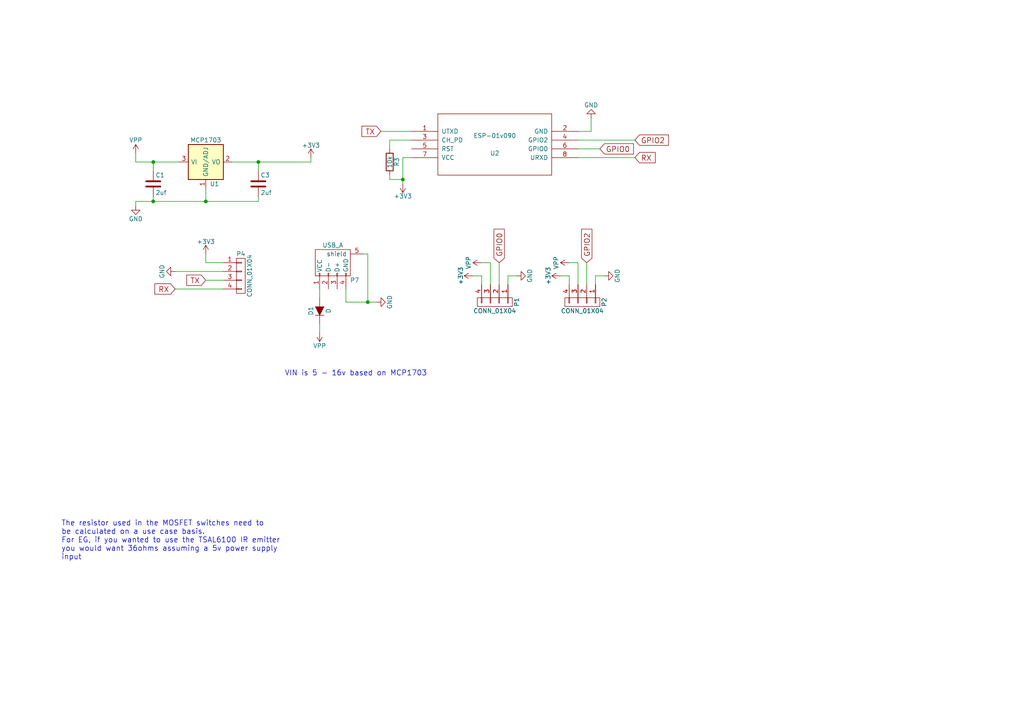
<source format=kicad_sch>
(kicad_sch (version 20211123) (generator eeschema)
  (paper "A4")
  (lib_symbols
    (symbol "tmicro-rescue:+3.3V" (power) (pin_names (offset 0))
      (property "Value" "+3.3V" (at 0 3.556 0))
      (symbol "+3.3V_0_1"
        (polyline (pts (xy -0.762 1.27) (xy 0 2.54)))
        (polyline (pts (xy 0 0) (xy 0 2.54)))
        (polyline (pts (xy 0 2.54) (xy 0.762 1.27)))
      )
      (symbol "+3.3V_1_1"
        (pin power_in line (at 0 0 90) (length 0) hide (name "+3V3") (number "1"))
      )
    )
    (symbol "tmicro-rescue:AP1117" (pin_names (offset 0.762))
      (property "Reference" "U" (at 2.54 -6.35 0))
      (property "Value" "AP1117" (at 0 6.35 0))
      (symbol "AP1117_0_1"
        (rectangle (start -5.08 -5.08) (end 5.08 5.08) (stroke (width 0.254)) (fill (type background)))
      )
      (symbol "AP1117_1_1"
        (pin power_in line (at 0 -7.62 90) (length 2.54) (name "GND/ADJ") (number "1"))
        (pin power_out line (at 7.62 0 180) (length 2.54) (name "VO") (number "2"))
        (pin power_in line (at -7.62 0 0) (length 2.54) (name "VI") (number "3"))
      )
    )
    (symbol "tmicro-rescue:C" (pin_numbers hide) (pin_names (offset 0.254))
      (property "Reference" "C" (at 0.635 2.54 0))
      (property "Value" "C" (at 0.635 -2.54 0))
      (symbol "C_0_1"
        (polyline (pts (xy -2.032 -0.762) (xy 2.032 -0.762)) (stroke (width 0.508)))
        (polyline (pts (xy -2.032 0.762) (xy 2.032 0.762)) (stroke (width 0.508)))
      )
      (symbol "C_1_1"
        (pin passive line (at 0 3.81 270) (length 2.794) (name "~") (number "1"))
        (pin passive line (at 0 -3.81 90) (length 2.794) (name "~") (number "2"))
      )
    )
    (symbol "tmicro-rescue:CONN_01X04" (pin_names (offset 1.016) hide)
      (property "Reference" "P" (at 0 6.35 0))
      (property "Value" "CONN_01X04" (at 2.54 0 90))
      (symbol "CONN_01X04_0_1"
        (rectangle (start -1.27 -3.683) (end 0.254 -3.937))
        (rectangle (start -1.27 -1.143) (end 0.254 -1.397))
        (rectangle (start -1.27 1.397) (end 0.254 1.143))
        (rectangle (start -1.27 3.937) (end 0.254 3.683))
        (rectangle (start -1.27 5.08) (end 1.27 -5.08))
      )
      (symbol "CONN_01X04_1_1"
        (pin passive line (at -5.08 3.81 0) (length 3.81) (name "P1") (number "1"))
        (pin passive line (at -5.08 1.27 0) (length 3.81) (name "P2") (number "2"))
        (pin passive line (at -5.08 -1.27 0) (length 3.81) (name "P3") (number "3"))
        (pin passive line (at -5.08 -3.81 0) (length 3.81) (name "P4") (number "4"))
      )
    )
    (symbol "tmicro-rescue:D" (pin_numbers hide) (pin_names (offset 1.016) hide)
      (property "Reference" "D" (at 0 2.54 0))
      (property "Value" "D" (at 0 -2.54 0))
      (symbol "D_0_1"
        (polyline (pts (xy -1.27 1.27) (xy -1.27 -1.27)) (stroke (width 0.1524)))
        (polyline (pts (xy 1.27 1.27) (xy -1.27 0) (xy 1.27 -1.27)) (fill (type outline)))
      )
      (symbol "D_1_1"
        (pin passive line (at -3.81 0 0) (length 2.54) (name "K") (number "1"))
        (pin passive line (at 3.81 0 180) (length 2.54) (name "A") (number "2"))
      )
    )
    (symbol "tmicro-rescue:ESP-01v090" (pin_names (offset 1.016))
      (property "Reference" "U" (at 0 -2.54 0))
      (property "Value" "ESP-01v090" (at 0 2.54 0))
      (symbol "ESP-01v090_1_0"
        (rectangle (start -16.51 -8.89) (end 16.51 8.89))
      )
      (symbol "ESP-01v090_1_1"
        (pin output line (at -24.13 3.81 0) (length 7.62) (name "UTXD") (number "1"))
        (pin power_in line (at 24.13 3.81 180) (length 7.62) (name "GND") (number "2"))
        (pin input line (at -24.13 1.27 0) (length 7.62) (name "CH_PD") (number "3"))
        (pin tri_state line (at 24.13 1.27 180) (length 7.62) (name "GPIO2") (number "4"))
        (pin input line (at -24.13 -1.27 0) (length 7.62) (name "RST") (number "5"))
        (pin tri_state line (at 24.13 -1.27 180) (length 7.62) (name "GPIO0") (number "6"))
        (pin power_in line (at -24.13 -3.81 0) (length 7.62) (name "VCC") (number "7"))
        (pin input line (at 24.13 -3.81 180) (length 7.62) (name "URXD") (number "8"))
      )
    )
    (symbol "tmicro-rescue:GND" (power) (pin_names (offset 0))
      (property "Value" "GND" (at 0 -3.81 0))
      (symbol "GND_0_1"
        (polyline (pts (xy 0 0) (xy 0 -1.27) (xy 1.27 -1.27) (xy 0 -2.54) (xy -1.27 -1.27) (xy 0 -1.27)))
      )
      (symbol "GND_1_1"
        (pin power_in line (at 0 0 270) (length 0) hide (name "GND") (number "1"))
      )
    )
    (symbol "tmicro-rescue:R" (pin_numbers hide) (pin_names (offset 0))
      (property "Reference" "R" (at 2.032 0 90))
      (property "Value" "R" (at 0 0 90))
      (symbol "R_0_1"
        (rectangle (start -1.016 -2.54) (end 1.016 2.54) (stroke (width 0.254)))
      )
      (symbol "R_1_1"
        (pin passive line (at 0 3.81 270) (length 1.27) (name "~") (number "1"))
        (pin passive line (at 0 -3.81 90) (length 1.27) (name "~") (number "2"))
      )
    )
    (symbol "tmicro-rescue:USB_A" (pin_names (offset 1.016))
      (property "Reference" "P" (at 5.08 -5.08 0))
      (property "Value" "USB_A" (at -1.27 5.08 0))
      (symbol "USB_A_0_1"
        (rectangle (start -6.35 -3.81) (end 3.81 3.81))
        (rectangle (start -5.207 -3.81) (end -4.953 -3.048))
        (rectangle (start -2.667 -3.81) (end -2.413 -3.048))
        (rectangle (start -0.127 -3.81) (end 0.127 -3.048))
        (rectangle (start 2.413 -3.81) (end 2.667 -3.048))
      )
      (symbol "USB_A_1_1"
        (pin power_in line (at -5.08 -7.62 90) (length 3.81) (name "VCC") (number "1"))
        (pin passive line (at -2.54 -7.62 90) (length 3.81) (name "D-") (number "2"))
        (pin passive line (at 0 -7.62 90) (length 3.81) (name "D+") (number "3"))
        (pin power_in line (at 2.54 -7.62 90) (length 3.81) (name "GND") (number "4"))
        (pin passive line (at 7.62 2.54 180) (length 3.81) (name "shield") (number "5"))
      )
    )
    (symbol "tmicro-rescue:VPP" (power) (pin_names (offset 0))
      (property "Value" "VPP" (at 0 3.81 0))
      (symbol "VPP_0_1"
        (polyline (pts (xy -0.762 1.27) (xy 0 2.54)))
        (polyline (pts (xy 0 0) (xy 0 2.54)))
        (polyline (pts (xy 0 2.54) (xy 0.762 1.27)))
      )
      (symbol "VPP_1_1"
        (pin power_in line (at 0 0 90) (length 0) hide (name "VPP") (number "1"))
      )
    )
  )
  (junction (at 74.93 46.99))
  (junction (at 106.68 87.63))
  (junction (at 59.69 58.42))
  (junction (at 116.84 52.07))
  (junction (at 44.45 58.42))
  (junction (at 44.45 46.99))
  (wire (pts (xy 167.64 40.64) (xy 184.15 40.64)))
  (wire (pts (xy 90.17 46.99) (xy 90.17 45.72)))
  (wire (pts (xy 171.45 38.1) (xy 171.45 34.29)))
  (wire (pts (xy 139.7 80.01) (xy 137.16 80.01)))
  (wire (pts (xy 167.64 82.55) (xy 167.64 76.2)))
  (wire (pts (xy 74.93 46.99) (xy 90.17 46.99)))
  (wire (pts (xy 44.45 46.99) (xy 52.07 46.99)))
  (wire (pts (xy 105.41 73.66) (xy 106.68 73.66)))
  (wire (pts (xy 119.38 45.72) (xy 116.84 45.72)))
  (wire (pts (xy 59.69 58.42) (xy 74.93 58.42)))
  (wire (pts (xy 50.8 78.74) (xy 64.77 78.74)))
  (wire (pts (xy 59.69 54.61) (xy 59.69 58.42)))
  (wire (pts (xy 100.33 83.82) (xy 100.33 87.63)))
  (wire (pts (xy 116.84 52.07) (xy 116.84 53.34)))
  (wire (pts (xy 167.64 76.2) (xy 165.1 76.2)))
  (wire (pts (xy 147.32 80.01) (xy 149.86 80.01)))
  (wire (pts (xy 172.72 80.01) (xy 175.26 80.01)))
  (wire (pts (xy 39.37 46.99) (xy 44.45 46.99)))
  (wire (pts (xy 172.72 82.55) (xy 172.72 80.01)))
  (wire (pts (xy 170.18 76.2) (xy 170.18 82.55)))
  (wire (pts (xy 144.78 76.2) (xy 144.78 82.55)))
  (wire (pts (xy 167.64 45.72) (xy 184.15 45.72)))
  (wire (pts (xy 147.32 82.55) (xy 147.32 80.01)))
  (wire (pts (xy 113.03 52.07) (xy 116.84 52.07)))
  (wire (pts (xy 165.1 82.55) (xy 165.1 80.01)))
  (wire (pts (xy 44.45 57.15) (xy 44.45 58.42)))
  (wire (pts (xy 113.03 40.64) (xy 119.38 40.64)))
  (wire (pts (xy 92.71 93.98) (xy 92.71 96.52)))
  (wire (pts (xy 74.93 49.53) (xy 74.93 46.99)))
  (wire (pts (xy 92.71 83.82) (xy 92.71 86.36)))
  (wire (pts (xy 59.69 81.28) (xy 64.77 81.28)))
  (wire (pts (xy 113.03 43.18) (xy 113.03 40.64)))
  (wire (pts (xy 110.49 38.1) (xy 119.38 38.1)))
  (wire (pts (xy 106.68 87.63) (xy 109.22 87.63)))
  (wire (pts (xy 44.45 49.53) (xy 44.45 46.99)))
  (wire (pts (xy 44.45 58.42) (xy 59.69 58.42)))
  (wire (pts (xy 59.69 76.2) (xy 59.69 73.66)))
  (wire (pts (xy 100.33 87.63) (xy 106.68 87.63)))
  (wire (pts (xy 39.37 44.45) (xy 39.37 46.99)))
  (wire (pts (xy 50.8 83.82) (xy 64.77 83.82)))
  (wire (pts (xy 39.37 58.42) (xy 44.45 58.42)))
  (wire (pts (xy 167.64 43.18) (xy 173.99 43.18)))
  (wire (pts (xy 113.03 50.8) (xy 113.03 52.07)))
  (wire (pts (xy 64.77 76.2) (xy 59.69 76.2)))
  (wire (pts (xy 142.24 82.55) (xy 142.24 76.2)))
  (wire (pts (xy 74.93 58.42) (xy 74.93 57.15)))
  (wire (pts (xy 106.68 73.66) (xy 106.68 87.63)))
  (wire (pts (xy 165.1 80.01) (xy 162.56 80.01)))
  (wire (pts (xy 67.31 46.99) (xy 74.93 46.99)))
  (wire (pts (xy 139.7 82.55) (xy 139.7 80.01)))
  (wire (pts (xy 116.84 45.72) (xy 116.84 52.07)))
  (wire (pts (xy 167.64 38.1) (xy 171.45 38.1)))
  (wire (pts (xy 142.24 76.2) (xy 139.7 76.2)))
  (wire (pts (xy 39.37 59.69) (xy 39.37 58.42)))
  (text "VIN is 5 - 16v based on MCP1703" (at 82.55 109.22 0) (effects (font (size 1.524 1.524)) (justify left bottom)))
  (text "The resistor used in the MOSFET switches need to\nbe calculated on a use case basis.\nFor EG, if you wanted to use the TSAL6100 IR emitter\nyou would want 36ohms assuming a 5v power supply\ninput" (at 17.78 162.56 0) (effects (font (size 1.524 1.524)) (justify left bottom)))
  (global_label "GPIO2" (shape input) (at 170.18 76.2 90) (effects (font (size 1.524 1.524))) (property "Intersheet References" "${INTERSHEET_REFS}" (effects hide)))
  (global_label "TX" (shape input) (at 110.49 38.1 180) (effects (font (size 1.524 1.524))) (property "Intersheet References" "${INTERSHEET_REFS}" (effects hide)))
  (global_label "TX" (shape input) (at 59.69 81.28 180) (effects (font (size 1.524 1.524))) (property "Intersheet References" "${INTERSHEET_REFS}" (effects hide)))
  (global_label "RX" (shape input) (at 184.15 45.72 0) (effects (font (size 1.524 1.524))) (property "Intersheet References" "${INTERSHEET_REFS}" (effects hide)))
  (global_label "RX" (shape input) (at 50.8 83.82 180) (effects (font (size 1.524 1.524))) (property "Intersheet References" "${INTERSHEET_REFS}" (effects hide)))
  (global_label "GPIO0" (shape input) (at 173.99 43.18 0) (effects (font (size 1.524 1.524))) (property "Intersheet References" "${INTERSHEET_REFS}" (effects hide)))
  (global_label "GPIO2" (shape input) (at 184.15 40.64 0) (effects (font (size 1.524 1.524))) (property "Intersheet References" "${INTERSHEET_REFS}" (effects hide)))
  (global_label "GPIO0" (shape input) (at 144.78 76.2 90) (effects (font (size 1.524 1.524))) (property "Intersheet References" "${INTERSHEET_REFS}" (effects hide)))
  (symbol (lib_id "tmicro-rescue:ESP-01v090") (at 143.51 41.91 0) (unit 1)
    (property "Reference" "U2" (at 143.51 44.45 0))
    (property "Value" "ESP-01v090" (at 143.51 39.37 0))
    (property "Footprint" "ESP8266:ESP-01" (effects hide))
  )
  (symbol (lib_id "tmicro-rescue:GND") (at 39.37 59.69 0) (unit 1)
    (property "Reference" "#PWR01" (effects hide))
    (property "Value" "GND" (at 39.37 63.5 0))
  )
  (symbol (lib_id "tmicro-rescue:C") (at 44.45 53.34 0) (unit 1)
    (property "Reference" "C1" (at 45.085 50.8 0) (effects (justify left)))
    (property "Value" "2uf" (at 45.085 55.88 0) (effects (justify left)))
    (property "Footprint" "Capacitors_SMD:C_0805" (effects hide))
    (property "Comments" "a  cap of around 0.1 to 10 uf - anything in that range will do" (effects hide))
  )
  (symbol (lib_id "tmicro-rescue:+3.3V") (at 90.17 45.72 0) (unit 1)
    (property "Reference" "#PWR02" (effects hide))
    (property "Value" "+3.3V" (at 90.17 42.164 0))
  )
  (symbol (lib_id "tmicro-rescue:C") (at 74.93 53.34 0) (unit 1)
    (property "Reference" "C3" (at 75.565 50.8 0) (effects (justify left)))
    (property "Value" "2uf" (at 75.565 55.88 0) (effects (justify left)))
    (property "Footprint" "Capacitors_SMD:C_0805" (effects hide))
    (property "Notes" "Any cap in the 0.1-10uf range" (effects hide))
  )
  (symbol (lib_id "tmicro-rescue:+3.3V") (at 116.84 53.34 180) (unit 1)
    (property "Reference" "#PWR03" (effects hide))
    (property "Value" "+3.3V" (at 116.84 56.896 0))
  )
  (symbol (lib_id "tmicro-rescue:GND") (at 171.45 34.29 180) (unit 1)
    (property "Reference" "#PWR04" (effects hide))
    (property "Value" "GND" (at 171.45 30.48 0))
  )
  (symbol (lib_id "tmicro-rescue:GND") (at 109.22 87.63 90) (unit 1)
    (property "Reference" "#PWR05" (effects hide))
    (property "Value" "GND" (at 113.03 87.63 0))
  )
  (symbol (lib_id "tmicro-rescue:VPP") (at 92.71 96.52 180) (unit 1)
    (property "Reference" "#PWR07" (effects hide))
    (property "Value" "VPP" (at 92.71 100.33 0))
  )
  (symbol (lib_id "tmicro-rescue:CONN_01X04") (at 69.85 80.01 0) (unit 1)
    (property "Reference" "P4" (at 69.85 73.66 0))
    (property "Value" "CONN_01X04" (at 72.39 80.01 90))
    (property "Footprint" "Connector_PinHeader_2.54mm:PinHeader_1x04_P2.54mm_Vertical" (effects hide))
  )
  (symbol (lib_id "tmicro-rescue:VPP") (at 39.37 44.45 0) (unit 1)
    (property "Reference" "#PWR08" (effects hide))
    (property "Value" "VPP" (at 39.37 40.64 0))
  )
  (symbol (lib_id "tmicro-rescue:R") (at 113.03 46.99 0) (unit 1)
    (property "Reference" "R3" (at 115.062 46.99 90))
    (property "Value" "10k" (at 113.03 46.99 90))
    (property "Footprint" "Resistors_SMD:R_0805" (effects hide))
  )
  (symbol (lib_id "tmicro-rescue:USB_A") (at 97.79 76.2 0) (unit 1)
    (property "Reference" "P7" (at 102.87 81.28 0))
    (property "Value" "USB_A" (at 96.52 71.12 0))
    (property "Footprint" "USB_oshpark:USB_A_Multicomp_thruhole_oshpark" (effects hide))
  )
  (symbol (lib_id "tmicro-rescue:D") (at 92.71 90.17 90) (unit 1)
    (property "Reference" "D1" (at 90.17 90.17 0))
    (property "Value" "D" (at 95.25 90.17 0))
    (property "Footprint" "Diodes_SMD:SMA_Standard" (effects hide))
  )
  (symbol (lib_id "tmicro-rescue:AP1117") (at 59.69 46.99 0) (unit 1)
    (property "Reference" "U1" (at 62.23 53.34 0))
    (property "Value" "MCP1703" (at 59.69 40.64 0))
    (property "Footprint" "TO_SOT_Packages_SMD:SOT-23" (effects hide))
  )
  (symbol (lib_id "tmicro-rescue:+3.3V") (at 59.69 73.66 0) (unit 1)
    (property "Reference" "#PWR0107" (effects hide))
    (property "Value" "+3.3V" (at 59.69 70.104 0))
  )
  (symbol (lib_id "tmicro-rescue:GND") (at 175.26 80.01 90) (unit 1)
    (property "Reference" "#PWR0101" (effects hide))
    (property "Value" "GND" (at 179.07 80.01 0))
  )
  (symbol (lib_id "tmicro-rescue:+3.3V") (at 162.56 80.01 90) (unit 1)
    (property "Reference" "#PWR0102" (effects hide))
    (property "Value" "+3.3V" (at 159.004 80.01 0))
  )
  (symbol (lib_id "tmicro-rescue:CONN_01X04") (at 168.91 87.63 270) (unit 1)
    (property "Reference" "P2" (at 175.26 87.63 0))
    (property "Value" "CONN_01X04" (at 168.91 90.17 90))
    (property "Footprint" "Connector_PinHeader_2.54mm:PinHeader_1x04_P2.54mm_Vertical" (effects hide))
  )
  (symbol (lib_id "tmicro-rescue:GND") (at 149.86 80.01 90) (unit 1)
    (property "Reference" "#PWR0104" (effects hide))
    (property "Value" "GND" (at 153.67 80.01 0))
  )
  (symbol (lib_id "tmicro-rescue:VPP") (at 165.1 76.2 90) (unit 1)
    (property "Reference" "#PWR0103" (effects hide))
    (property "Value" "VPP" (at 161.29 76.2 0))
  )
  (symbol (lib_id "tmicro-rescue:CONN_01X04") (at 143.51 87.63 270) (unit 1)
    (property "Reference" "P1" (at 149.86 87.63 0))
    (property "Value" "CONN_01X04" (at 143.51 90.17 90))
    (property "Footprint" "Connector_PinHeader_2.54mm:PinHeader_1x04_P2.54mm_Vertical" (effects hide))
  )
  (symbol (lib_id "tmicro-rescue:+3.3V") (at 137.16 80.01 90) (unit 1)
    (property "Reference" "#PWR0105" (effects hide))
    (property "Value" "+3.3V" (at 133.604 80.01 0))
  )
  (symbol (lib_id "tmicro-rescue:GND") (at 50.8 78.74 270) (unit 1)
    (property "Reference" "#PWR0108" (effects hide))
    (property "Value" "GND" (at 46.99 78.74 0))
  )
  (symbol (lib_id "tmicro-rescue:VPP") (at 139.7 76.2 90) (unit 1)
    (property "Reference" "#PWR0106" (effects hide))
    (property "Value" "VPP" (at 135.89 76.2 0))
  )
)
</source>
